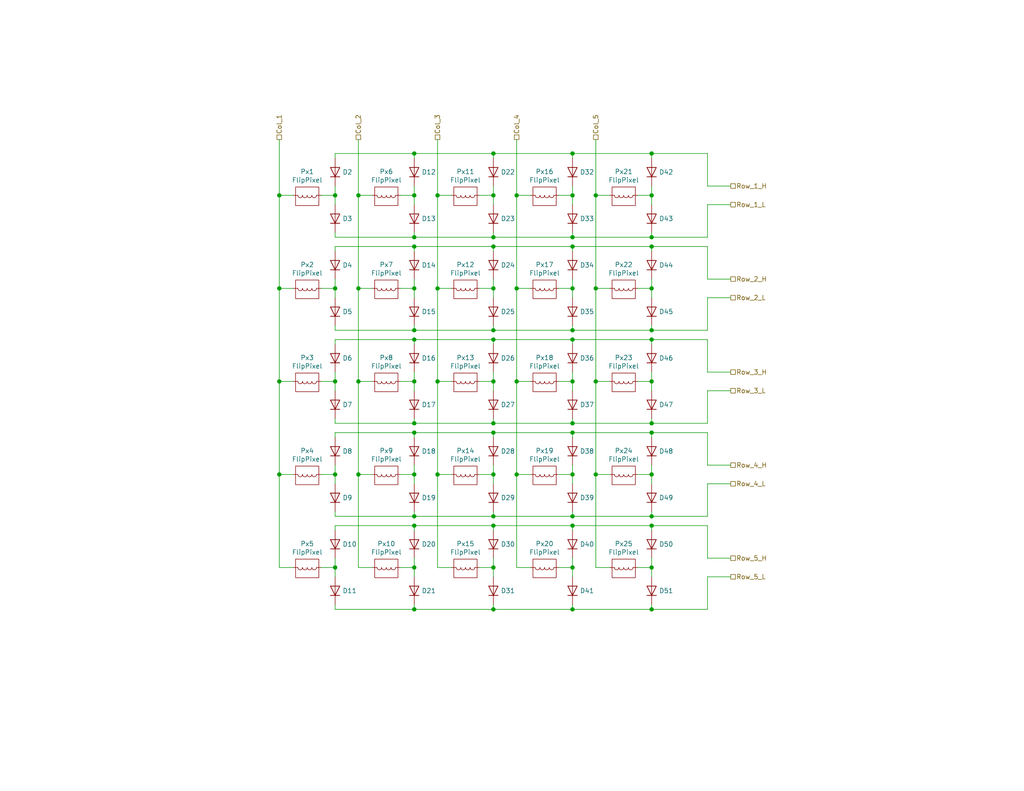
<source format=kicad_sch>
(kicad_sch (version 20201015) (generator eeschema)
  (page 1 14)
  (paper "A")
  (title_block (title "Flip Pixel Board") (date "2020-06-20"))
  (lib_symbols
    (symbol "Custom-Symbols:Diode" (pin_numbers hide) (pin_names (offset 0) hide)
      (property "Reference" "D" (at 0 3.81 0))
      (symbol "Diode_1_1"
        (polyline (pts (xy -1.27 1.27) (xy -1.27 -1.27)) (stroke (width 0.2032)))
        (polyline (pts (xy 1.27 0) (xy -1.27 0)))
        (polyline (pts (xy 1.27 1.27) (xy 1.27 -1.27) (xy -1.27 0) (xy 1.27 1.27)) (stroke (width 0.2032)))
        (pin passive line (at -3.81 0 0) (length 2.54) (name "K") (number "1"))
        (pin passive line (at 3.81 0 180) (length 2.54) (name "A") (number "2"))
      )
    )
    (symbol "Personal-Symbols:FlipPixel" (pin_numbers hide) (pin_names (offset 1.016) hide)
      (property "Reference" "Px" (at -3.175 6.985 0))
      (property "Value" "FlipPixel" (at 0 4.191 0))
      (symbol "FlipPixel_1_1"
        (arc (start -2.54 0) (end -1.27 0) (radius (at -1.905 0) (length 0.635) (angles -179.9 -0.1)))
        (arc (start -1.27 0) (end 0 0) (radius (at -0.635 0) (length 0.635) (angles -179.9 -0.1)))
        (arc (start 0 0) (end 1.27 0) (radius (at 0.635 0) (length 0.635) (angles -179.9 -0.1)))
        (arc (start 1.27 0) (end 2.54 0) (radius (at 1.905 0) (length 0.635) (angles -179.9 -0.1)))
        (pin passive line (at 3.81 0 180) (length 1.27) (name "1") (number "1"))
        (pin passive line (at -3.81 0 0) (length 1.27) (name "2") (number "2"))
      )
      (symbol "FlipPixel_0_1"
        (rectangle (start -3.175 2.286) (end 3.175 -2.794))
      )
    )
  )
  (junction (at 76.2 53.34) (diameter 1.016))
  (junction (at 76.2 78.74) (diameter 1.016))
  (junction (at 76.2 104.14) (diameter 1.016))
  (junction (at 76.2 129.54) (diameter 1.016))
  (junction (at 91.44 53.34) (diameter 1.016))
  (junction (at 91.44 78.74) (diameter 1.016))
  (junction (at 91.44 104.14) (diameter 1.016))
  (junction (at 91.44 129.54) (diameter 1.016))
  (junction (at 91.44 154.94) (diameter 1.016))
  (junction (at 97.79 53.34) (diameter 1.016))
  (junction (at 97.79 78.74) (diameter 1.016))
  (junction (at 97.79 104.14) (diameter 1.016))
  (junction (at 97.79 129.54) (diameter 1.016))
  (junction (at 113.03 41.91) (diameter 1.016))
  (junction (at 113.03 53.34) (diameter 1.016))
  (junction (at 113.03 64.77) (diameter 1.016))
  (junction (at 113.03 67.31) (diameter 1.016))
  (junction (at 113.03 78.74) (diameter 1.016))
  (junction (at 113.03 90.17) (diameter 1.016))
  (junction (at 113.03 92.71) (diameter 1.016))
  (junction (at 113.03 104.14) (diameter 1.016))
  (junction (at 113.03 115.57) (diameter 1.016))
  (junction (at 113.03 118.11) (diameter 1.016))
  (junction (at 113.03 129.54) (diameter 1.016))
  (junction (at 113.03 140.97) (diameter 1.016))
  (junction (at 113.03 143.51) (diameter 1.016))
  (junction (at 113.03 154.94) (diameter 1.016))
  (junction (at 113.03 166.37) (diameter 1.016))
  (junction (at 119.38 53.34) (diameter 1.016))
  (junction (at 119.38 78.74) (diameter 1.016))
  (junction (at 119.38 104.14) (diameter 1.016))
  (junction (at 119.38 129.54) (diameter 1.016))
  (junction (at 134.62 41.91) (diameter 1.016))
  (junction (at 134.62 53.34) (diameter 1.016))
  (junction (at 134.62 64.77) (diameter 1.016))
  (junction (at 134.62 67.31) (diameter 1.016))
  (junction (at 134.62 78.74) (diameter 1.016))
  (junction (at 134.62 90.17) (diameter 1.016))
  (junction (at 134.62 92.71) (diameter 1.016))
  (junction (at 134.62 104.14) (diameter 1.016))
  (junction (at 134.62 115.57) (diameter 1.016))
  (junction (at 134.62 118.11) (diameter 1.016))
  (junction (at 134.62 129.54) (diameter 1.016))
  (junction (at 134.62 140.97) (diameter 1.016))
  (junction (at 134.62 143.51) (diameter 1.016))
  (junction (at 134.62 154.94) (diameter 1.016))
  (junction (at 134.62 166.37) (diameter 1.016))
  (junction (at 140.97 53.34) (diameter 1.016))
  (junction (at 140.97 78.74) (diameter 1.016))
  (junction (at 140.97 104.14) (diameter 1.016))
  (junction (at 140.97 129.54) (diameter 1.016))
  (junction (at 156.21 41.91) (diameter 1.016))
  (junction (at 156.21 53.34) (diameter 1.016))
  (junction (at 156.21 64.77) (diameter 1.016))
  (junction (at 156.21 67.31) (diameter 1.016))
  (junction (at 156.21 78.74) (diameter 1.016))
  (junction (at 156.21 90.17) (diameter 1.016))
  (junction (at 156.21 92.71) (diameter 1.016))
  (junction (at 156.21 104.14) (diameter 1.016))
  (junction (at 156.21 115.57) (diameter 1.016))
  (junction (at 156.21 118.11) (diameter 1.016))
  (junction (at 156.21 129.54) (diameter 1.016))
  (junction (at 156.21 140.97) (diameter 1.016))
  (junction (at 156.21 143.51) (diameter 1.016))
  (junction (at 156.21 154.94) (diameter 1.016))
  (junction (at 156.21 166.37) (diameter 1.016))
  (junction (at 162.56 53.34) (diameter 1.016))
  (junction (at 162.56 78.74) (diameter 1.016))
  (junction (at 162.56 104.14) (diameter 1.016))
  (junction (at 162.56 129.54) (diameter 1.016))
  (junction (at 177.8 41.91) (diameter 1.016))
  (junction (at 177.8 53.34) (diameter 1.016))
  (junction (at 177.8 64.77) (diameter 1.016))
  (junction (at 177.8 67.31) (diameter 1.016))
  (junction (at 177.8 78.74) (diameter 1.016))
  (junction (at 177.8 90.17) (diameter 1.016))
  (junction (at 177.8 92.71) (diameter 1.016))
  (junction (at 177.8 104.14) (diameter 1.016))
  (junction (at 177.8 115.57) (diameter 1.016))
  (junction (at 177.8 118.11) (diameter 1.016))
  (junction (at 177.8 129.54) (diameter 1.016))
  (junction (at 177.8 140.97) (diameter 1.016))
  (junction (at 177.8 143.51) (diameter 1.016))
  (junction (at 177.8 154.94) (diameter 1.016))
  (junction (at 177.8 166.37) (diameter 1.016))
  (wire (pts (xy 76.2 53.34) (xy 76.2 38.1)))
  (wire (pts (xy 76.2 78.74) (xy 76.2 53.34)))
  (wire (pts (xy 76.2 104.14) (xy 76.2 78.74)))
  (wire (pts (xy 76.2 129.54) (xy 76.2 104.14)))
  (wire (pts (xy 76.2 154.94) (xy 76.2 129.54)))
  (wire (pts (xy 80.01 53.34) (xy 76.2 53.34)))
  (wire (pts (xy 80.01 78.74) (xy 76.2 78.74)))
  (wire (pts (xy 80.01 104.14) (xy 76.2 104.14)))
  (wire (pts (xy 80.01 129.54) (xy 76.2 129.54)))
  (wire (pts (xy 80.01 154.94) (xy 76.2 154.94)))
  (wire (pts (xy 87.63 53.34) (xy 91.44 53.34)))
  (wire (pts (xy 87.63 78.74) (xy 91.44 78.74)))
  (wire (pts (xy 87.63 104.14) (xy 91.44 104.14)))
  (wire (pts (xy 87.63 129.54) (xy 91.44 129.54)))
  (wire (pts (xy 87.63 154.94) (xy 91.44 154.94)))
  (wire (pts (xy 91.44 41.91) (xy 113.03 41.91)))
  (wire (pts (xy 91.44 43.18) (xy 91.44 41.91)))
  (wire (pts (xy 91.44 50.8) (xy 91.44 53.34)))
  (wire (pts (xy 91.44 53.34) (xy 91.44 55.88)))
  (wire (pts (xy 91.44 63.5) (xy 91.44 64.77)))
  (wire (pts (xy 91.44 64.77) (xy 113.03 64.77)))
  (wire (pts (xy 91.44 67.31) (xy 113.03 67.31)))
  (wire (pts (xy 91.44 68.58) (xy 91.44 67.31)))
  (wire (pts (xy 91.44 76.2) (xy 91.44 78.74)))
  (wire (pts (xy 91.44 78.74) (xy 91.44 81.28)))
  (wire (pts (xy 91.44 88.9) (xy 91.44 90.17)))
  (wire (pts (xy 91.44 90.17) (xy 113.03 90.17)))
  (wire (pts (xy 91.44 92.71) (xy 113.03 92.71)))
  (wire (pts (xy 91.44 93.98) (xy 91.44 92.71)))
  (wire (pts (xy 91.44 101.6) (xy 91.44 104.14)))
  (wire (pts (xy 91.44 104.14) (xy 91.44 106.68)))
  (wire (pts (xy 91.44 114.3) (xy 91.44 115.57)))
  (wire (pts (xy 91.44 115.57) (xy 113.03 115.57)))
  (wire (pts (xy 91.44 118.11) (xy 113.03 118.11)))
  (wire (pts (xy 91.44 119.38) (xy 91.44 118.11)))
  (wire (pts (xy 91.44 127) (xy 91.44 129.54)))
  (wire (pts (xy 91.44 129.54) (xy 91.44 132.08)))
  (wire (pts (xy 91.44 139.7) (xy 91.44 140.97)))
  (wire (pts (xy 91.44 140.97) (xy 113.03 140.97)))
  (wire (pts (xy 91.44 143.51) (xy 113.03 143.51)))
  (wire (pts (xy 91.44 144.78) (xy 91.44 143.51)))
  (wire (pts (xy 91.44 152.4) (xy 91.44 154.94)))
  (wire (pts (xy 91.44 154.94) (xy 91.44 157.48)))
  (wire (pts (xy 91.44 165.1) (xy 91.44 166.37)))
  (wire (pts (xy 91.44 166.37) (xy 113.03 166.37)))
  (wire (pts (xy 97.79 53.34) (xy 97.79 38.1)))
  (wire (pts (xy 97.79 78.74) (xy 97.79 53.34)))
  (wire (pts (xy 97.79 104.14) (xy 97.79 78.74)))
  (wire (pts (xy 97.79 129.54) (xy 97.79 104.14)))
  (wire (pts (xy 97.79 154.94) (xy 97.79 129.54)))
  (wire (pts (xy 101.6 53.34) (xy 97.79 53.34)))
  (wire (pts (xy 101.6 78.74) (xy 97.79 78.74)))
  (wire (pts (xy 101.6 104.14) (xy 97.79 104.14)))
  (wire (pts (xy 101.6 129.54) (xy 97.79 129.54)))
  (wire (pts (xy 101.6 154.94) (xy 97.79 154.94)))
  (wire (pts (xy 109.22 53.34) (xy 113.03 53.34)))
  (wire (pts (xy 109.22 78.74) (xy 113.03 78.74)))
  (wire (pts (xy 109.22 104.14) (xy 113.03 104.14)))
  (wire (pts (xy 109.22 129.54) (xy 113.03 129.54)))
  (wire (pts (xy 109.22 154.94) (xy 113.03 154.94)))
  (wire (pts (xy 113.03 41.91) (xy 134.62 41.91)))
  (wire (pts (xy 113.03 43.18) (xy 113.03 41.91)))
  (wire (pts (xy 113.03 50.8) (xy 113.03 53.34)))
  (wire (pts (xy 113.03 53.34) (xy 113.03 55.88)))
  (wire (pts (xy 113.03 63.5) (xy 113.03 64.77)))
  (wire (pts (xy 113.03 64.77) (xy 134.62 64.77)))
  (wire (pts (xy 113.03 67.31) (xy 134.62 67.31)))
  (wire (pts (xy 113.03 68.58) (xy 113.03 67.31)))
  (wire (pts (xy 113.03 76.2) (xy 113.03 78.74)))
  (wire (pts (xy 113.03 78.74) (xy 113.03 81.28)))
  (wire (pts (xy 113.03 88.9) (xy 113.03 90.17)))
  (wire (pts (xy 113.03 90.17) (xy 134.62 90.17)))
  (wire (pts (xy 113.03 92.71) (xy 134.62 92.71)))
  (wire (pts (xy 113.03 93.98) (xy 113.03 92.71)))
  (wire (pts (xy 113.03 101.6) (xy 113.03 104.14)))
  (wire (pts (xy 113.03 104.14) (xy 113.03 106.68)))
  (wire (pts (xy 113.03 114.3) (xy 113.03 115.57)))
  (wire (pts (xy 113.03 115.57) (xy 134.62 115.57)))
  (wire (pts (xy 113.03 118.11) (xy 134.62 118.11)))
  (wire (pts (xy 113.03 119.38) (xy 113.03 118.11)))
  (wire (pts (xy 113.03 127) (xy 113.03 129.54)))
  (wire (pts (xy 113.03 129.54) (xy 113.03 132.08)))
  (wire (pts (xy 113.03 139.7) (xy 113.03 140.97)))
  (wire (pts (xy 113.03 140.97) (xy 134.62 140.97)))
  (wire (pts (xy 113.03 143.51) (xy 134.62 143.51)))
  (wire (pts (xy 113.03 144.78) (xy 113.03 143.51)))
  (wire (pts (xy 113.03 152.4) (xy 113.03 154.94)))
  (wire (pts (xy 113.03 154.94) (xy 113.03 157.48)))
  (wire (pts (xy 113.03 165.1) (xy 113.03 166.37)))
  (wire (pts (xy 113.03 166.37) (xy 134.62 166.37)))
  (wire (pts (xy 119.38 53.34) (xy 119.38 38.1)))
  (wire (pts (xy 119.38 78.74) (xy 119.38 53.34)))
  (wire (pts (xy 119.38 104.14) (xy 119.38 78.74)))
  (wire (pts (xy 119.38 129.54) (xy 119.38 104.14)))
  (wire (pts (xy 119.38 154.94) (xy 119.38 129.54)))
  (wire (pts (xy 123.19 53.34) (xy 119.38 53.34)))
  (wire (pts (xy 123.19 78.74) (xy 119.38 78.74)))
  (wire (pts (xy 123.19 104.14) (xy 119.38 104.14)))
  (wire (pts (xy 123.19 129.54) (xy 119.38 129.54)))
  (wire (pts (xy 123.19 154.94) (xy 119.38 154.94)))
  (wire (pts (xy 130.81 53.34) (xy 134.62 53.34)))
  (wire (pts (xy 130.81 78.74) (xy 134.62 78.74)))
  (wire (pts (xy 130.81 104.14) (xy 134.62 104.14)))
  (wire (pts (xy 130.81 129.54) (xy 134.62 129.54)))
  (wire (pts (xy 130.81 154.94) (xy 134.62 154.94)))
  (wire (pts (xy 134.62 41.91) (xy 156.21 41.91)))
  (wire (pts (xy 134.62 43.18) (xy 134.62 41.91)))
  (wire (pts (xy 134.62 50.8) (xy 134.62 53.34)))
  (wire (pts (xy 134.62 53.34) (xy 134.62 55.88)))
  (wire (pts (xy 134.62 63.5) (xy 134.62 64.77)))
  (wire (pts (xy 134.62 64.77) (xy 156.21 64.77)))
  (wire (pts (xy 134.62 67.31) (xy 156.21 67.31)))
  (wire (pts (xy 134.62 68.58) (xy 134.62 67.31)))
  (wire (pts (xy 134.62 76.2) (xy 134.62 78.74)))
  (wire (pts (xy 134.62 78.74) (xy 134.62 81.28)))
  (wire (pts (xy 134.62 88.9) (xy 134.62 90.17)))
  (wire (pts (xy 134.62 90.17) (xy 156.21 90.17)))
  (wire (pts (xy 134.62 92.71) (xy 156.21 92.71)))
  (wire (pts (xy 134.62 93.98) (xy 134.62 92.71)))
  (wire (pts (xy 134.62 101.6) (xy 134.62 104.14)))
  (wire (pts (xy 134.62 104.14) (xy 134.62 106.68)))
  (wire (pts (xy 134.62 114.3) (xy 134.62 115.57)))
  (wire (pts (xy 134.62 115.57) (xy 156.21 115.57)))
  (wire (pts (xy 134.62 118.11) (xy 156.21 118.11)))
  (wire (pts (xy 134.62 119.38) (xy 134.62 118.11)))
  (wire (pts (xy 134.62 127) (xy 134.62 129.54)))
  (wire (pts (xy 134.62 129.54) (xy 134.62 132.08)))
  (wire (pts (xy 134.62 139.7) (xy 134.62 140.97)))
  (wire (pts (xy 134.62 140.97) (xy 156.21 140.97)))
  (wire (pts (xy 134.62 143.51) (xy 156.21 143.51)))
  (wire (pts (xy 134.62 144.78) (xy 134.62 143.51)))
  (wire (pts (xy 134.62 152.4) (xy 134.62 154.94)))
  (wire (pts (xy 134.62 154.94) (xy 134.62 157.48)))
  (wire (pts (xy 134.62 165.1) (xy 134.62 166.37)))
  (wire (pts (xy 134.62 166.37) (xy 156.21 166.37)))
  (wire (pts (xy 140.97 53.34) (xy 140.97 38.1)))
  (wire (pts (xy 140.97 78.74) (xy 140.97 53.34)))
  (wire (pts (xy 140.97 104.14) (xy 140.97 78.74)))
  (wire (pts (xy 140.97 129.54) (xy 140.97 104.14)))
  (wire (pts (xy 140.97 154.94) (xy 140.97 129.54)))
  (wire (pts (xy 144.78 53.34) (xy 140.97 53.34)))
  (wire (pts (xy 144.78 78.74) (xy 140.97 78.74)))
  (wire (pts (xy 144.78 104.14) (xy 140.97 104.14)))
  (wire (pts (xy 144.78 129.54) (xy 140.97 129.54)))
  (wire (pts (xy 144.78 154.94) (xy 140.97 154.94)))
  (wire (pts (xy 152.4 53.34) (xy 156.21 53.34)))
  (wire (pts (xy 152.4 78.74) (xy 156.21 78.74)))
  (wire (pts (xy 152.4 104.14) (xy 156.21 104.14)))
  (wire (pts (xy 152.4 129.54) (xy 156.21 129.54)))
  (wire (pts (xy 152.4 154.94) (xy 156.21 154.94)))
  (wire (pts (xy 156.21 41.91) (xy 177.8 41.91)))
  (wire (pts (xy 156.21 43.18) (xy 156.21 41.91)))
  (wire (pts (xy 156.21 50.8) (xy 156.21 53.34)))
  (wire (pts (xy 156.21 53.34) (xy 156.21 55.88)))
  (wire (pts (xy 156.21 63.5) (xy 156.21 64.77)))
  (wire (pts (xy 156.21 64.77) (xy 177.8 64.77)))
  (wire (pts (xy 156.21 67.31) (xy 177.8 67.31)))
  (wire (pts (xy 156.21 68.58) (xy 156.21 67.31)))
  (wire (pts (xy 156.21 76.2) (xy 156.21 78.74)))
  (wire (pts (xy 156.21 78.74) (xy 156.21 81.28)))
  (wire (pts (xy 156.21 88.9) (xy 156.21 90.17)))
  (wire (pts (xy 156.21 90.17) (xy 177.8 90.17)))
  (wire (pts (xy 156.21 92.71) (xy 177.8 92.71)))
  (wire (pts (xy 156.21 93.98) (xy 156.21 92.71)))
  (wire (pts (xy 156.21 101.6) (xy 156.21 104.14)))
  (wire (pts (xy 156.21 104.14) (xy 156.21 106.68)))
  (wire (pts (xy 156.21 114.3) (xy 156.21 115.57)))
  (wire (pts (xy 156.21 115.57) (xy 177.8 115.57)))
  (wire (pts (xy 156.21 118.11) (xy 177.8 118.11)))
  (wire (pts (xy 156.21 119.38) (xy 156.21 118.11)))
  (wire (pts (xy 156.21 127) (xy 156.21 129.54)))
  (wire (pts (xy 156.21 129.54) (xy 156.21 132.08)))
  (wire (pts (xy 156.21 139.7) (xy 156.21 140.97)))
  (wire (pts (xy 156.21 140.97) (xy 177.8 140.97)))
  (wire (pts (xy 156.21 143.51) (xy 177.8 143.51)))
  (wire (pts (xy 156.21 144.78) (xy 156.21 143.51)))
  (wire (pts (xy 156.21 152.4) (xy 156.21 154.94)))
  (wire (pts (xy 156.21 154.94) (xy 156.21 157.48)))
  (wire (pts (xy 156.21 165.1) (xy 156.21 166.37)))
  (wire (pts (xy 156.21 166.37) (xy 177.8 166.37)))
  (wire (pts (xy 162.56 53.34) (xy 162.56 38.1)))
  (wire (pts (xy 162.56 78.74) (xy 162.56 53.34)))
  (wire (pts (xy 162.56 104.14) (xy 162.56 78.74)))
  (wire (pts (xy 162.56 129.54) (xy 162.56 104.14)))
  (wire (pts (xy 162.56 154.94) (xy 162.56 129.54)))
  (wire (pts (xy 166.37 53.34) (xy 162.56 53.34)))
  (wire (pts (xy 166.37 78.74) (xy 162.56 78.74)))
  (wire (pts (xy 166.37 104.14) (xy 162.56 104.14)))
  (wire (pts (xy 166.37 129.54) (xy 162.56 129.54)))
  (wire (pts (xy 166.37 154.94) (xy 162.56 154.94)))
  (wire (pts (xy 173.99 53.34) (xy 177.8 53.34)))
  (wire (pts (xy 173.99 78.74) (xy 177.8 78.74)))
  (wire (pts (xy 173.99 104.14) (xy 177.8 104.14)))
  (wire (pts (xy 173.99 129.54) (xy 177.8 129.54)))
  (wire (pts (xy 173.99 154.94) (xy 177.8 154.94)))
  (wire (pts (xy 177.8 41.91) (xy 193.04 41.91)))
  (wire (pts (xy 177.8 43.18) (xy 177.8 41.91)))
  (wire (pts (xy 177.8 50.8) (xy 177.8 53.34)))
  (wire (pts (xy 177.8 53.34) (xy 177.8 55.88)))
  (wire (pts (xy 177.8 63.5) (xy 177.8 64.77)))
  (wire (pts (xy 177.8 64.77) (xy 193.04 64.77)))
  (wire (pts (xy 177.8 67.31) (xy 193.04 67.31)))
  (wire (pts (xy 177.8 68.58) (xy 177.8 67.31)))
  (wire (pts (xy 177.8 76.2) (xy 177.8 78.74)))
  (wire (pts (xy 177.8 78.74) (xy 177.8 81.28)))
  (wire (pts (xy 177.8 88.9) (xy 177.8 90.17)))
  (wire (pts (xy 177.8 90.17) (xy 193.04 90.17)))
  (wire (pts (xy 177.8 92.71) (xy 193.04 92.71)))
  (wire (pts (xy 177.8 93.98) (xy 177.8 92.71)))
  (wire (pts (xy 177.8 101.6) (xy 177.8 104.14)))
  (wire (pts (xy 177.8 104.14) (xy 177.8 106.68)))
  (wire (pts (xy 177.8 114.3) (xy 177.8 115.57)))
  (wire (pts (xy 177.8 115.57) (xy 193.04 115.57)))
  (wire (pts (xy 177.8 118.11) (xy 193.04 118.11)))
  (wire (pts (xy 177.8 119.38) (xy 177.8 118.11)))
  (wire (pts (xy 177.8 127) (xy 177.8 129.54)))
  (wire (pts (xy 177.8 129.54) (xy 177.8 132.08)))
  (wire (pts (xy 177.8 139.7) (xy 177.8 140.97)))
  (wire (pts (xy 177.8 140.97) (xy 193.04 140.97)))
  (wire (pts (xy 177.8 143.51) (xy 193.04 143.51)))
  (wire (pts (xy 177.8 144.78) (xy 177.8 143.51)))
  (wire (pts (xy 177.8 152.4) (xy 177.8 154.94)))
  (wire (pts (xy 177.8 154.94) (xy 177.8 157.48)))
  (wire (pts (xy 177.8 165.1) (xy 177.8 166.37)))
  (wire (pts (xy 177.8 166.37) (xy 193.04 166.37)))
  (wire (pts (xy 193.04 41.91) (xy 193.04 50.8)))
  (wire (pts (xy 193.04 50.8) (xy 199.39 50.8)))
  (wire (pts (xy 193.04 55.88) (xy 199.39 55.88)))
  (wire (pts (xy 193.04 64.77) (xy 193.04 55.88)))
  (wire (pts (xy 193.04 67.31) (xy 193.04 76.2)))
  (wire (pts (xy 193.04 76.2) (xy 199.39 76.2)))
  (wire (pts (xy 193.04 81.28) (xy 199.39 81.28)))
  (wire (pts (xy 193.04 90.17) (xy 193.04 81.28)))
  (wire (pts (xy 193.04 92.71) (xy 193.04 101.6)))
  (wire (pts (xy 193.04 101.6) (xy 199.39 101.6)))
  (wire (pts (xy 193.04 106.68) (xy 199.39 106.68)))
  (wire (pts (xy 193.04 115.57) (xy 193.04 106.68)))
  (wire (pts (xy 193.04 118.11) (xy 193.04 127)))
  (wire (pts (xy 193.04 127) (xy 199.39 127)))
  (wire (pts (xy 193.04 132.08) (xy 199.39 132.08)))
  (wire (pts (xy 193.04 140.97) (xy 193.04 132.08)))
  (wire (pts (xy 193.04 143.51) (xy 193.04 152.4)))
  (wire (pts (xy 193.04 152.4) (xy 199.39 152.4)))
  (wire (pts (xy 193.04 157.48) (xy 199.39 157.48)))
  (wire (pts (xy 193.04 166.37) (xy 193.04 157.48)))
  (hierarchical_label "Col_1" (shape passive) (at 76.2 38.1 90))
  (hierarchical_label "Col_2" (shape passive) (at 97.79 38.1 90))
  (hierarchical_label "Col_3" (shape passive) (at 119.38 38.1 90))
  (hierarchical_label "Col_4" (shape passive) (at 140.97 38.1 90))
  (hierarchical_label "Col_5" (shape passive) (at 162.56 38.1 90))
  (hierarchical_label "Row_1_H" (shape passive) (at 199.39 50.8 0))
  (hierarchical_label "Row_1_L" (shape passive) (at 199.39 55.88 0))
  (hierarchical_label "Row_2_H" (shape passive) (at 199.39 76.2 0))
  (hierarchical_label "Row_2_L" (shape passive) (at 199.39 81.28 0))
  (hierarchical_label "Row_3_H" (shape passive) (at 199.39 101.6 0))
  (hierarchical_label "Row_3_L" (shape passive) (at 199.39 106.68 0))
  (hierarchical_label "Row_4_H" (shape passive) (at 199.39 127 0))
  (hierarchical_label "Row_4_L" (shape passive) (at 199.39 132.08 0))
  (hierarchical_label "Row_5_H" (shape passive) (at 199.39 152.4 0))
  (hierarchical_label "Row_5_L" (shape passive) (at 199.39 157.48 0))
  (symbol (lib_id "Custom-Symbols:Diode") (at 91.44 46.99 90) (unit 1)
    (property "Reference" "D2" (at 93.4466 46.99 90) (effects (justify right)))
    (property "Value" "Diode" (effects hide))
    (property "Footprint" "Diode_SMD:D_SOD-123F" (effects hide))
    (property "Datasheet" "https://www.onsemi.com/pub/Collateral/NHP220SF-D.PDF" (effects hide))
    (property "Manufacturer" "ON Semiconductor" (effects hide))
    (property "Manufacturer Part" "NHP220SFT3G" (effects hide))
    (property "Vendor" "Digikey" (effects hide))
    (property "Vendor Part" "NHP220SFT3GOSCT-ND" (effects hide))
  )
  (symbol (lib_id "Custom-Symbols:Diode") (at 91.44 59.69 90) (unit 1)
    (property "Reference" "D3" (at 93.4466 59.69 90) (effects (justify right)))
    (property "Value" "Diode" (effects hide))
    (property "Footprint" "Diode_SMD:D_SOD-123F" (effects hide))
    (property "Datasheet" "https://www.onsemi.com/pub/Collateral/NHP220SF-D.PDF" (effects hide))
    (property "Manufacturer" "ON Semiconductor" (effects hide))
    (property "Manufacturer Part" "NHP220SFT3G" (effects hide))
    (property "Vendor" "Digikey" (effects hide))
    (property "Vendor Part" "NHP220SFT3GOSCT-ND" (effects hide))
  )
  (symbol (lib_id "Custom-Symbols:Diode") (at 91.44 72.39 90) (unit 1)
    (property "Reference" "D4" (at 93.4466 72.39 90) (effects (justify right)))
    (property "Value" "Diode" (effects hide))
    (property "Footprint" "Diode_SMD:D_SOD-123F" (effects hide))
    (property "Datasheet" "https://www.onsemi.com/pub/Collateral/NHP220SF-D.PDF" (effects hide))
    (property "Manufacturer" "ON Semiconductor" (effects hide))
    (property "Manufacturer Part" "NHP220SFT3G" (effects hide))
    (property "Vendor" "Digikey" (effects hide))
    (property "Vendor Part" "NHP220SFT3GOSCT-ND" (effects hide))
  )
  (symbol (lib_id "Custom-Symbols:Diode") (at 91.44 85.09 90) (unit 1)
    (property "Reference" "D5" (at 93.4466 85.09 90) (effects (justify right)))
    (property "Value" "Diode" (effects hide))
    (property "Footprint" "Diode_SMD:D_SOD-123F" (effects hide))
    (property "Datasheet" "https://www.onsemi.com/pub/Collateral/NHP220SF-D.PDF" (effects hide))
    (property "Manufacturer" "ON Semiconductor" (effects hide))
    (property "Manufacturer Part" "NHP220SFT3G" (effects hide))
    (property "Vendor" "Digikey" (effects hide))
    (property "Vendor Part" "NHP220SFT3GOSCT-ND" (effects hide))
  )
  (symbol (lib_id "Custom-Symbols:Diode") (at 91.44 97.79 90) (unit 1)
    (property "Reference" "D6" (at 93.4466 97.79 90) (effects (justify right)))
    (property "Value" "Diode" (effects hide))
    (property "Footprint" "Diode_SMD:D_SOD-123F" (effects hide))
    (property "Datasheet" "https://www.onsemi.com/pub/Collateral/NHP220SF-D.PDF" (effects hide))
    (property "Manufacturer" "ON Semiconductor" (effects hide))
    (property "Manufacturer Part" "NHP220SFT3G" (effects hide))
    (property "Vendor" "Digikey" (effects hide))
    (property "Vendor Part" "NHP220SFT3GOSCT-ND" (effects hide))
  )
  (symbol (lib_id "Custom-Symbols:Diode") (at 91.44 110.49 90) (unit 1)
    (property "Reference" "D7" (at 93.4466 110.49 90) (effects (justify right)))
    (property "Value" "Diode" (effects hide))
    (property "Footprint" "Diode_SMD:D_SOD-123F" (effects hide))
    (property "Datasheet" "https://www.onsemi.com/pub/Collateral/NHP220SF-D.PDF" (effects hide))
    (property "Manufacturer" "ON Semiconductor" (effects hide))
    (property "Manufacturer Part" "NHP220SFT3G" (effects hide))
    (property "Vendor" "Digikey" (effects hide))
    (property "Vendor Part" "NHP220SFT3GOSCT-ND" (effects hide))
  )
  (symbol (lib_id "Custom-Symbols:Diode") (at 91.44 123.19 90) (unit 1)
    (property "Reference" "D8" (at 93.4466 123.19 90) (effects (justify right)))
    (property "Value" "Diode" (effects hide))
    (property "Footprint" "Diode_SMD:D_SOD-123F" (effects hide))
    (property "Datasheet" "https://www.onsemi.com/pub/Collateral/NHP220SF-D.PDF" (effects hide))
    (property "Manufacturer" "ON Semiconductor" (effects hide))
    (property "Manufacturer Part" "NHP220SFT3G" (effects hide))
    (property "Vendor" "Digikey" (effects hide))
    (property "Vendor Part" "NHP220SFT3GOSCT-ND" (effects hide))
  )
  (symbol (lib_id "Custom-Symbols:Diode") (at 91.44 135.89 90) (unit 1)
    (property "Reference" "D9" (at 93.4466 135.89 90) (effects (justify right)))
    (property "Value" "Diode" (effects hide))
    (property "Footprint" "Diode_SMD:D_SOD-123F" (effects hide))
    (property "Datasheet" "https://www.onsemi.com/pub/Collateral/NHP220SF-D.PDF" (effects hide))
    (property "Manufacturer" "ON Semiconductor" (effects hide))
    (property "Manufacturer Part" "NHP220SFT3G" (effects hide))
    (property "Vendor" "Digikey" (effects hide))
    (property "Vendor Part" "NHP220SFT3GOSCT-ND" (effects hide))
  )
  (symbol (lib_id "Custom-Symbols:Diode") (at 91.44 148.59 90) (unit 1)
    (property "Reference" "D10" (at 93.4466 148.59 90) (effects (justify right)))
    (property "Value" "Diode" (effects hide))
    (property "Footprint" "Diode_SMD:D_SOD-123F" (effects hide))
    (property "Datasheet" "https://www.onsemi.com/pub/Collateral/NHP220SF-D.PDF" (effects hide))
    (property "Manufacturer" "ON Semiconductor" (effects hide))
    (property "Manufacturer Part" "NHP220SFT3G" (effects hide))
    (property "Vendor" "Digikey" (effects hide))
    (property "Vendor Part" "NHP220SFT3GOSCT-ND" (effects hide))
  )
  (symbol (lib_id "Custom-Symbols:Diode") (at 91.44 161.29 90) (unit 1)
    (property "Reference" "D11" (at 93.4466 161.29 90) (effects (justify right)))
    (property "Value" "Diode" (effects hide))
    (property "Footprint" "Diode_SMD:D_SOD-123F" (effects hide))
    (property "Datasheet" "https://www.onsemi.com/pub/Collateral/NHP220SF-D.PDF" (effects hide))
    (property "Manufacturer" "ON Semiconductor" (effects hide))
    (property "Manufacturer Part" "NHP220SFT3G" (effects hide))
    (property "Vendor" "Digikey" (effects hide))
    (property "Vendor Part" "NHP220SFT3GOSCT-ND" (effects hide))
  )
  (symbol (lib_id "Custom-Symbols:Diode") (at 113.03 46.99 90) (unit 1)
    (property "Reference" "D12" (at 115.0366 46.99 90) (effects (justify right)))
    (property "Value" "Diode" (effects hide))
    (property "Footprint" "Diode_SMD:D_SOD-123F" (effects hide))
    (property "Datasheet" "https://www.onsemi.com/pub/Collateral/NHP220SF-D.PDF" (effects hide))
    (property "Manufacturer" "ON Semiconductor" (effects hide))
    (property "Manufacturer Part" "NHP220SFT3G" (effects hide))
    (property "Vendor" "Digikey" (effects hide))
    (property "Vendor Part" "NHP220SFT3GOSCT-ND" (effects hide))
  )
  (symbol (lib_id "Custom-Symbols:Diode") (at 113.03 59.69 90) (unit 1)
    (property "Reference" "D13" (at 115.0366 59.69 90) (effects (justify right)))
    (property "Value" "Diode" (effects hide))
    (property "Footprint" "Diode_SMD:D_SOD-123F" (effects hide))
    (property "Datasheet" "https://www.onsemi.com/pub/Collateral/NHP220SF-D.PDF" (effects hide))
    (property "Manufacturer" "ON Semiconductor" (effects hide))
    (property "Manufacturer Part" "NHP220SFT3G" (effects hide))
    (property "Vendor" "Digikey" (effects hide))
    (property "Vendor Part" "NHP220SFT3GOSCT-ND" (effects hide))
  )
  (symbol (lib_id "Custom-Symbols:Diode") (at 113.03 72.39 90) (unit 1)
    (property "Reference" "D14" (at 115.0366 72.39 90) (effects (justify right)))
    (property "Value" "Diode" (effects hide))
    (property "Footprint" "Diode_SMD:D_SOD-123F" (effects hide))
    (property "Datasheet" "https://www.onsemi.com/pub/Collateral/NHP220SF-D.PDF" (effects hide))
    (property "Manufacturer" "ON Semiconductor" (effects hide))
    (property "Manufacturer Part" "NHP220SFT3G" (effects hide))
    (property "Vendor" "Digikey" (effects hide))
    (property "Vendor Part" "NHP220SFT3GOSCT-ND" (effects hide))
  )
  (symbol (lib_id "Custom-Symbols:Diode") (at 113.03 85.09 90) (unit 1)
    (property "Reference" "D15" (at 115.0366 85.09 90) (effects (justify right)))
    (property "Value" "Diode" (effects hide))
    (property "Footprint" "Diode_SMD:D_SOD-123F" (effects hide))
    (property "Datasheet" "https://www.onsemi.com/pub/Collateral/NHP220SF-D.PDF" (effects hide))
    (property "Manufacturer" "ON Semiconductor" (effects hide))
    (property "Manufacturer Part" "NHP220SFT3G" (effects hide))
    (property "Vendor" "Digikey" (effects hide))
    (property "Vendor Part" "NHP220SFT3GOSCT-ND" (effects hide))
  )
  (symbol (lib_id "Custom-Symbols:Diode") (at 113.03 97.79 90) (unit 1)
    (property "Reference" "D16" (at 115.0366 97.79 90) (effects (justify right)))
    (property "Value" "Diode" (effects hide))
    (property "Footprint" "Diode_SMD:D_SOD-123F" (effects hide))
    (property "Datasheet" "https://www.onsemi.com/pub/Collateral/NHP220SF-D.PDF" (effects hide))
    (property "Manufacturer" "ON Semiconductor" (effects hide))
    (property "Manufacturer Part" "NHP220SFT3G" (effects hide))
    (property "Vendor" "Digikey" (effects hide))
    (property "Vendor Part" "NHP220SFT3GOSCT-ND" (effects hide))
  )
  (symbol (lib_id "Custom-Symbols:Diode") (at 113.03 110.49 90) (unit 1)
    (property "Reference" "D17" (at 115.0366 110.49 90) (effects (justify right)))
    (property "Value" "Diode" (effects hide))
    (property "Footprint" "Diode_SMD:D_SOD-123F" (effects hide))
    (property "Datasheet" "https://www.onsemi.com/pub/Collateral/NHP220SF-D.PDF" (effects hide))
    (property "Manufacturer" "ON Semiconductor" (effects hide))
    (property "Manufacturer Part" "NHP220SFT3G" (effects hide))
    (property "Vendor" "Digikey" (effects hide))
    (property "Vendor Part" "NHP220SFT3GOSCT-ND" (effects hide))
  )
  (symbol (lib_id "Custom-Symbols:Diode") (at 113.03 123.19 90) (unit 1)
    (property "Reference" "D18" (at 115.0366 123.19 90) (effects (justify right)))
    (property "Value" "Diode" (effects hide))
    (property "Footprint" "Diode_SMD:D_SOD-123F" (effects hide))
    (property "Datasheet" "https://www.onsemi.com/pub/Collateral/NHP220SF-D.PDF" (effects hide))
    (property "Manufacturer" "ON Semiconductor" (effects hide))
    (property "Manufacturer Part" "NHP220SFT3G" (effects hide))
    (property "Vendor" "Digikey" (effects hide))
    (property "Vendor Part" "NHP220SFT3GOSCT-ND" (effects hide))
  )
  (symbol (lib_id "Custom-Symbols:Diode") (at 113.03 135.89 90) (unit 1)
    (property "Reference" "D19" (at 115.0366 135.89 90) (effects (justify right)))
    (property "Value" "Diode" (effects hide))
    (property "Footprint" "Diode_SMD:D_SOD-123F" (effects hide))
    (property "Datasheet" "https://www.onsemi.com/pub/Collateral/NHP220SF-D.PDF" (effects hide))
    (property "Manufacturer" "ON Semiconductor" (effects hide))
    (property "Manufacturer Part" "NHP220SFT3G" (effects hide))
    (property "Vendor" "Digikey" (effects hide))
    (property "Vendor Part" "NHP220SFT3GOSCT-ND" (effects hide))
  )
  (symbol (lib_id "Custom-Symbols:Diode") (at 113.03 148.59 90) (unit 1)
    (property "Reference" "D20" (at 115.0366 148.59 90) (effects (justify right)))
    (property "Value" "Diode" (effects hide))
    (property "Footprint" "Diode_SMD:D_SOD-123F" (effects hide))
    (property "Datasheet" "https://www.onsemi.com/pub/Collateral/NHP220SF-D.PDF" (effects hide))
    (property "Manufacturer" "ON Semiconductor" (effects hide))
    (property "Manufacturer Part" "NHP220SFT3G" (effects hide))
    (property "Vendor" "Digikey" (effects hide))
    (property "Vendor Part" "NHP220SFT3GOSCT-ND" (effects hide))
  )
  (symbol (lib_id "Custom-Symbols:Diode") (at 113.03 161.29 90) (unit 1)
    (property "Reference" "D21" (at 115.0366 161.29 90) (effects (justify right)))
    (property "Value" "Diode" (effects hide))
    (property "Footprint" "Diode_SMD:D_SOD-123F" (effects hide))
    (property "Datasheet" "https://www.onsemi.com/pub/Collateral/NHP220SF-D.PDF" (effects hide))
    (property "Manufacturer" "ON Semiconductor" (effects hide))
    (property "Manufacturer Part" "NHP220SFT3G" (effects hide))
    (property "Vendor" "Digikey" (effects hide))
    (property "Vendor Part" "NHP220SFT3GOSCT-ND" (effects hide))
  )
  (symbol (lib_id "Custom-Symbols:Diode") (at 134.62 46.99 90) (unit 1)
    (property "Reference" "D22" (at 136.6266 46.99 90) (effects (justify right)))
    (property "Value" "Diode" (effects hide))
    (property "Footprint" "Diode_SMD:D_SOD-123F" (effects hide))
    (property "Datasheet" "https://www.onsemi.com/pub/Collateral/NHP220SF-D.PDF" (effects hide))
    (property "Manufacturer" "ON Semiconductor" (effects hide))
    (property "Manufacturer Part" "NHP220SFT3G" (effects hide))
    (property "Vendor" "Digikey" (effects hide))
    (property "Vendor Part" "NHP220SFT3GOSCT-ND" (effects hide))
  )
  (symbol (lib_id "Custom-Symbols:Diode") (at 134.62 59.69 90) (unit 1)
    (property "Reference" "D23" (at 136.6266 59.69 90) (effects (justify right)))
    (property "Value" "Diode" (effects hide))
    (property "Footprint" "Diode_SMD:D_SOD-123F" (effects hide))
    (property "Datasheet" "https://www.onsemi.com/pub/Collateral/NHP220SF-D.PDF" (effects hide))
    (property "Manufacturer" "ON Semiconductor" (effects hide))
    (property "Manufacturer Part" "NHP220SFT3G" (effects hide))
    (property "Vendor" "Digikey" (effects hide))
    (property "Vendor Part" "NHP220SFT3GOSCT-ND" (effects hide))
  )
  (symbol (lib_id "Custom-Symbols:Diode") (at 134.62 72.39 90) (unit 1)
    (property "Reference" "D24" (at 136.6266 72.39 90) (effects (justify right)))
    (property "Value" "Diode" (effects hide))
    (property "Footprint" "Diode_SMD:D_SOD-123F" (effects hide))
    (property "Datasheet" "https://www.onsemi.com/pub/Collateral/NHP220SF-D.PDF" (effects hide))
    (property "Manufacturer" "ON Semiconductor" (effects hide))
    (property "Manufacturer Part" "NHP220SFT3G" (effects hide))
    (property "Vendor" "Digikey" (effects hide))
    (property "Vendor Part" "NHP220SFT3GOSCT-ND" (effects hide))
  )
  (symbol (lib_id "Custom-Symbols:Diode") (at 134.62 85.09 90) (unit 1)
    (property "Reference" "D25" (at 136.6266 85.09 90) (effects (justify right)))
    (property "Value" "Diode" (effects hide))
    (property "Footprint" "Diode_SMD:D_SOD-123F" (effects hide))
    (property "Datasheet" "https://www.onsemi.com/pub/Collateral/NHP220SF-D.PDF" (effects hide))
    (property "Manufacturer" "ON Semiconductor" (effects hide))
    (property "Manufacturer Part" "NHP220SFT3G" (effects hide))
    (property "Vendor" "Digikey" (effects hide))
    (property "Vendor Part" "NHP220SFT3GOSCT-ND" (effects hide))
  )
  (symbol (lib_id "Custom-Symbols:Diode") (at 134.62 97.79 90) (unit 1)
    (property "Reference" "D26" (at 136.6266 97.79 90) (effects (justify right)))
    (property "Value" "Diode" (effects hide))
    (property "Footprint" "Diode_SMD:D_SOD-123F" (effects hide))
    (property "Datasheet" "https://www.onsemi.com/pub/Collateral/NHP220SF-D.PDF" (effects hide))
    (property "Manufacturer" "ON Semiconductor" (effects hide))
    (property "Manufacturer Part" "NHP220SFT3G" (effects hide))
    (property "Vendor" "Digikey" (effects hide))
    (property "Vendor Part" "NHP220SFT3GOSCT-ND" (effects hide))
  )
  (symbol (lib_id "Custom-Symbols:Diode") (at 134.62 110.49 90) (unit 1)
    (property "Reference" "D27" (at 136.6266 110.49 90) (effects (justify right)))
    (property "Value" "Diode" (effects hide))
    (property "Footprint" "Diode_SMD:D_SOD-123F" (effects hide))
    (property "Datasheet" "https://www.onsemi.com/pub/Collateral/NHP220SF-D.PDF" (effects hide))
    (property "Manufacturer" "ON Semiconductor" (effects hide))
    (property "Manufacturer Part" "NHP220SFT3G" (effects hide))
    (property "Vendor" "Digikey" (effects hide))
    (property "Vendor Part" "NHP220SFT3GOSCT-ND" (effects hide))
  )
  (symbol (lib_id "Custom-Symbols:Diode") (at 134.62 123.19 90) (unit 1)
    (property "Reference" "D28" (at 136.6266 123.19 90) (effects (justify right)))
    (property "Value" "Diode" (effects hide))
    (property "Footprint" "Diode_SMD:D_SOD-123F" (effects hide))
    (property "Datasheet" "https://www.onsemi.com/pub/Collateral/NHP220SF-D.PDF" (effects hide))
    (property "Manufacturer" "ON Semiconductor" (effects hide))
    (property "Manufacturer Part" "NHP220SFT3G" (effects hide))
    (property "Vendor" "Digikey" (effects hide))
    (property "Vendor Part" "NHP220SFT3GOSCT-ND" (effects hide))
  )
  (symbol (lib_id "Custom-Symbols:Diode") (at 134.62 135.89 90) (unit 1)
    (property "Reference" "D29" (at 136.6266 135.89 90) (effects (justify right)))
    (property "Value" "Diode" (effects hide))
    (property "Footprint" "Diode_SMD:D_SOD-123F" (effects hide))
    (property "Datasheet" "https://www.onsemi.com/pub/Collateral/NHP220SF-D.PDF" (effects hide))
    (property "Manufacturer" "ON Semiconductor" (effects hide))
    (property "Manufacturer Part" "NHP220SFT3G" (effects hide))
    (property "Vendor" "Digikey" (effects hide))
    (property "Vendor Part" "NHP220SFT3GOSCT-ND" (effects hide))
  )
  (symbol (lib_id "Custom-Symbols:Diode") (at 134.62 148.59 90) (unit 1)
    (property "Reference" "D30" (at 136.6266 148.59 90) (effects (justify right)))
    (property "Value" "Diode" (effects hide))
    (property "Footprint" "Diode_SMD:D_SOD-123F" (effects hide))
    (property "Datasheet" "https://www.onsemi.com/pub/Collateral/NHP220SF-D.PDF" (effects hide))
    (property "Manufacturer" "ON Semiconductor" (effects hide))
    (property "Manufacturer Part" "NHP220SFT3G" (effects hide))
    (property "Vendor" "Digikey" (effects hide))
    (property "Vendor Part" "NHP220SFT3GOSCT-ND" (effects hide))
  )
  (symbol (lib_id "Custom-Symbols:Diode") (at 134.62 161.29 90) (unit 1)
    (property "Reference" "D31" (at 136.6266 161.29 90) (effects (justify right)))
    (property "Value" "Diode" (effects hide))
    (property "Footprint" "Diode_SMD:D_SOD-123F" (effects hide))
    (property "Datasheet" "https://www.onsemi.com/pub/Collateral/NHP220SF-D.PDF" (effects hide))
    (property "Manufacturer" "ON Semiconductor" (effects hide))
    (property "Manufacturer Part" "NHP220SFT3G" (effects hide))
    (property "Vendor" "Digikey" (effects hide))
    (property "Vendor Part" "NHP220SFT3GOSCT-ND" (effects hide))
  )
  (symbol (lib_id "Custom-Symbols:Diode") (at 156.21 46.99 90) (unit 1)
    (property "Reference" "D32" (at 158.2166 46.99 90) (effects (justify right)))
    (property "Value" "Diode" (effects hide))
    (property "Footprint" "Diode_SMD:D_SOD-123F" (effects hide))
    (property "Datasheet" "https://www.onsemi.com/pub/Collateral/NHP220SF-D.PDF" (effects hide))
    (property "Manufacturer" "ON Semiconductor" (effects hide))
    (property "Manufacturer Part" "NHP220SFT3G" (effects hide))
    (property "Vendor" "Digikey" (effects hide))
    (property "Vendor Part" "NHP220SFT3GOSCT-ND" (effects hide))
  )
  (symbol (lib_id "Custom-Symbols:Diode") (at 156.21 59.69 90) (unit 1)
    (property "Reference" "D33" (at 158.2166 59.69 90) (effects (justify right)))
    (property "Value" "Diode" (effects hide))
    (property "Footprint" "Diode_SMD:D_SOD-123F" (effects hide))
    (property "Datasheet" "https://www.onsemi.com/pub/Collateral/NHP220SF-D.PDF" (effects hide))
    (property "Manufacturer" "ON Semiconductor" (effects hide))
    (property "Manufacturer Part" "NHP220SFT3G" (effects hide))
    (property "Vendor" "Digikey" (effects hide))
    (property "Vendor Part" "NHP220SFT3GOSCT-ND" (effects hide))
  )
  (symbol (lib_id "Custom-Symbols:Diode") (at 156.21 72.39 90) (unit 1)
    (property "Reference" "D34" (at 158.2166 72.39 90) (effects (justify right)))
    (property "Value" "Diode" (effects hide))
    (property "Footprint" "Diode_SMD:D_SOD-123F" (effects hide))
    (property "Datasheet" "https://www.onsemi.com/pub/Collateral/NHP220SF-D.PDF" (effects hide))
    (property "Manufacturer" "ON Semiconductor" (effects hide))
    (property "Manufacturer Part" "NHP220SFT3G" (effects hide))
    (property "Vendor" "Digikey" (effects hide))
    (property "Vendor Part" "NHP220SFT3GOSCT-ND" (effects hide))
  )
  (symbol (lib_id "Custom-Symbols:Diode") (at 156.21 85.09 90) (unit 1)
    (property "Reference" "D35" (at 158.2166 85.09 90) (effects (justify right)))
    (property "Value" "Diode" (effects hide))
    (property "Footprint" "Diode_SMD:D_SOD-123F" (effects hide))
    (property "Datasheet" "https://www.onsemi.com/pub/Collateral/NHP220SF-D.PDF" (effects hide))
    (property "Manufacturer" "ON Semiconductor" (effects hide))
    (property "Manufacturer Part" "NHP220SFT3G" (effects hide))
    (property "Vendor" "Digikey" (effects hide))
    (property "Vendor Part" "NHP220SFT3GOSCT-ND" (effects hide))
  )
  (symbol (lib_id "Custom-Symbols:Diode") (at 156.21 97.79 90) (unit 1)
    (property "Reference" "D36" (at 158.2166 97.79 90) (effects (justify right)))
    (property "Value" "Diode" (effects hide))
    (property "Footprint" "Diode_SMD:D_SOD-123F" (effects hide))
    (property "Datasheet" "https://www.onsemi.com/pub/Collateral/NHP220SF-D.PDF" (effects hide))
    (property "Manufacturer" "ON Semiconductor" (effects hide))
    (property "Manufacturer Part" "NHP220SFT3G" (effects hide))
    (property "Vendor" "Digikey" (effects hide))
    (property "Vendor Part" "NHP220SFT3GOSCT-ND" (effects hide))
  )
  (symbol (lib_id "Custom-Symbols:Diode") (at 156.21 110.49 90) (unit 1)
    (property "Reference" "D37" (at 158.2166 110.49 90) (effects (justify right)))
    (property "Value" "Diode" (effects hide))
    (property "Footprint" "Diode_SMD:D_SOD-123F" (effects hide))
    (property "Datasheet" "https://www.onsemi.com/pub/Collateral/NHP220SF-D.PDF" (effects hide))
    (property "Manufacturer" "ON Semiconductor" (effects hide))
    (property "Manufacturer Part" "NHP220SFT3G" (effects hide))
    (property "Vendor" "Digikey" (effects hide))
    (property "Vendor Part" "NHP220SFT3GOSCT-ND" (effects hide))
  )
  (symbol (lib_id "Custom-Symbols:Diode") (at 156.21 123.19 90) (unit 1)
    (property "Reference" "D38" (at 158.2166 123.19 90) (effects (justify right)))
    (property "Value" "Diode" (effects hide))
    (property "Footprint" "Diode_SMD:D_SOD-123F" (effects hide))
    (property "Datasheet" "https://www.onsemi.com/pub/Collateral/NHP220SF-D.PDF" (effects hide))
    (property "Manufacturer" "ON Semiconductor" (effects hide))
    (property "Manufacturer Part" "NHP220SFT3G" (effects hide))
    (property "Vendor" "Digikey" (effects hide))
    (property "Vendor Part" "NHP220SFT3GOSCT-ND" (effects hide))
  )
  (symbol (lib_id "Custom-Symbols:Diode") (at 156.21 135.89 90) (unit 1)
    (property "Reference" "D39" (at 158.2166 135.89 90) (effects (justify right)))
    (property "Value" "Diode" (effects hide))
    (property "Footprint" "Diode_SMD:D_SOD-123F" (effects hide))
    (property "Datasheet" "https://www.onsemi.com/pub/Collateral/NHP220SF-D.PDF" (effects hide))
    (property "Manufacturer" "ON Semiconductor" (effects hide))
    (property "Manufacturer Part" "NHP220SFT3G" (effects hide))
    (property "Vendor" "Digikey" (effects hide))
    (property "Vendor Part" "NHP220SFT3GOSCT-ND" (effects hide))
  )
  (symbol (lib_id "Custom-Symbols:Diode") (at 156.21 148.59 90) (unit 1)
    (property "Reference" "D40" (at 158.2166 148.59 90) (effects (justify right)))
    (property "Value" "Diode" (effects hide))
    (property "Footprint" "Diode_SMD:D_SOD-123F" (effects hide))
    (property "Datasheet" "https://www.onsemi.com/pub/Collateral/NHP220SF-D.PDF" (effects hide))
    (property "Manufacturer" "ON Semiconductor" (effects hide))
    (property "Manufacturer Part" "NHP220SFT3G" (effects hide))
    (property "Vendor" "Digikey" (effects hide))
    (property "Vendor Part" "NHP220SFT3GOSCT-ND" (effects hide))
  )
  (symbol (lib_id "Custom-Symbols:Diode") (at 156.21 161.29 90) (unit 1)
    (property "Reference" "D41" (at 158.2166 161.29 90) (effects (justify right)))
    (property "Value" "Diode" (effects hide))
    (property "Footprint" "Diode_SMD:D_SOD-123F" (effects hide))
    (property "Datasheet" "https://www.onsemi.com/pub/Collateral/NHP220SF-D.PDF" (effects hide))
    (property "Manufacturer" "ON Semiconductor" (effects hide))
    (property "Manufacturer Part" "NHP220SFT3G" (effects hide))
    (property "Vendor" "Digikey" (effects hide))
    (property "Vendor Part" "NHP220SFT3GOSCT-ND" (effects hide))
  )
  (symbol (lib_id "Custom-Symbols:Diode") (at 177.8 46.99 90) (unit 1)
    (property "Reference" "D42" (at 179.8066 46.99 90) (effects (justify right)))
    (property "Value" "Diode" (effects hide))
    (property "Footprint" "Diode_SMD:D_SOD-123F" (effects hide))
    (property "Datasheet" "https://www.onsemi.com/pub/Collateral/NHP220SF-D.PDF" (effects hide))
    (property "Manufacturer" "ON Semiconductor" (effects hide))
    (property "Manufacturer Part" "NHP220SFT3G" (effects hide))
    (property "Vendor" "Digikey" (effects hide))
    (property "Vendor Part" "NHP220SFT3GOSCT-ND" (effects hide))
  )
  (symbol (lib_id "Custom-Symbols:Diode") (at 177.8 59.69 90) (unit 1)
    (property "Reference" "D43" (at 179.8066 59.69 90) (effects (justify right)))
    (property "Value" "Diode" (effects hide))
    (property "Footprint" "Diode_SMD:D_SOD-123F" (effects hide))
    (property "Datasheet" "https://www.onsemi.com/pub/Collateral/NHP220SF-D.PDF" (effects hide))
    (property "Manufacturer" "ON Semiconductor" (effects hide))
    (property "Manufacturer Part" "NHP220SFT3G" (effects hide))
    (property "Vendor" "Digikey" (effects hide))
    (property "Vendor Part" "NHP220SFT3GOSCT-ND" (effects hide))
  )
  (symbol (lib_id "Custom-Symbols:Diode") (at 177.8 72.39 90) (unit 1)
    (property "Reference" "D44" (at 179.8066 72.39 90) (effects (justify right)))
    (property "Value" "Diode" (effects hide))
    (property "Footprint" "Diode_SMD:D_SOD-123F" (effects hide))
    (property "Datasheet" "https://www.onsemi.com/pub/Collateral/NHP220SF-D.PDF" (effects hide))
    (property "Manufacturer" "ON Semiconductor" (effects hide))
    (property "Manufacturer Part" "NHP220SFT3G" (effects hide))
    (property "Vendor" "Digikey" (effects hide))
    (property "Vendor Part" "NHP220SFT3GOSCT-ND" (effects hide))
  )
  (symbol (lib_id "Custom-Symbols:Diode") (at 177.8 85.09 90) (unit 1)
    (property "Reference" "D45" (at 179.8066 85.09 90) (effects (justify right)))
    (property "Value" "Diode" (effects hide))
    (property "Footprint" "Diode_SMD:D_SOD-123F" (effects hide))
    (property "Datasheet" "https://www.onsemi.com/pub/Collateral/NHP220SF-D.PDF" (effects hide))
    (property "Manufacturer" "ON Semiconductor" (effects hide))
    (property "Manufacturer Part" "NHP220SFT3G" (effects hide))
    (property "Vendor" "Digikey" (effects hide))
    (property "Vendor Part" "NHP220SFT3GOSCT-ND" (effects hide))
  )
  (symbol (lib_id "Custom-Symbols:Diode") (at 177.8 97.79 90) (unit 1)
    (property "Reference" "D46" (at 179.8066 97.79 90) (effects (justify right)))
    (property "Value" "Diode" (effects hide))
    (property "Footprint" "Diode_SMD:D_SOD-123F" (effects hide))
    (property "Datasheet" "https://www.onsemi.com/pub/Collateral/NHP220SF-D.PDF" (effects hide))
    (property "Manufacturer" "ON Semiconductor" (effects hide))
    (property "Manufacturer Part" "NHP220SFT3G" (effects hide))
    (property "Vendor" "Digikey" (effects hide))
    (property "Vendor Part" "NHP220SFT3GOSCT-ND" (effects hide))
  )
  (symbol (lib_id "Custom-Symbols:Diode") (at 177.8 110.49 90) (unit 1)
    (property "Reference" "D47" (at 179.8066 110.49 90) (effects (justify right)))
    (property "Value" "Diode" (effects hide))
    (property "Footprint" "Diode_SMD:D_SOD-123F" (effects hide))
    (property "Datasheet" "https://www.onsemi.com/pub/Collateral/NHP220SF-D.PDF" (effects hide))
    (property "Manufacturer" "ON Semiconductor" (effects hide))
    (property "Manufacturer Part" "NHP220SFT3G" (effects hide))
    (property "Vendor" "Digikey" (effects hide))
    (property "Vendor Part" "NHP220SFT3GOSCT-ND" (effects hide))
  )
  (symbol (lib_id "Custom-Symbols:Diode") (at 177.8 123.19 90) (unit 1)
    (property "Reference" "D48" (at 179.8066 123.19 90) (effects (justify right)))
    (property "Value" "Diode" (effects hide))
    (property "Footprint" "Diode_SMD:D_SOD-123F" (effects hide))
    (property "Datasheet" "https://www.onsemi.com/pub/Collateral/NHP220SF-D.PDF" (effects hide))
    (property "Manufacturer" "ON Semiconductor" (effects hide))
    (property "Manufacturer Part" "NHP220SFT3G" (effects hide))
    (property "Vendor" "Digikey" (effects hide))
    (property "Vendor Part" "NHP220SFT3GOSCT-ND" (effects hide))
  )
  (symbol (lib_id "Custom-Symbols:Diode") (at 177.8 135.89 90) (unit 1)
    (property "Reference" "D49" (at 179.8066 135.89 90) (effects (justify right)))
    (property "Value" "Diode" (effects hide))
    (property "Footprint" "Diode_SMD:D_SOD-123F" (effects hide))
    (property "Datasheet" "https://www.onsemi.com/pub/Collateral/NHP220SF-D.PDF" (effects hide))
    (property "Manufacturer" "ON Semiconductor" (effects hide))
    (property "Manufacturer Part" "NHP220SFT3G" (effects hide))
    (property "Vendor" "Digikey" (effects hide))
    (property "Vendor Part" "NHP220SFT3GOSCT-ND" (effects hide))
  )
  (symbol (lib_id "Custom-Symbols:Diode") (at 177.8 148.59 90) (unit 1)
    (property "Reference" "D50" (at 179.8066 148.59 90) (effects (justify right)))
    (property "Value" "Diode" (effects hide))
    (property "Footprint" "Diode_SMD:D_SOD-123F" (effects hide))
    (property "Datasheet" "https://www.onsemi.com/pub/Collateral/NHP220SF-D.PDF" (effects hide))
    (property "Manufacturer" "ON Semiconductor" (effects hide))
    (property "Manufacturer Part" "NHP220SFT3G" (effects hide))
    (property "Vendor" "Digikey" (effects hide))
    (property "Vendor Part" "NHP220SFT3GOSCT-ND" (effects hide))
  )
  (symbol (lib_id "Custom-Symbols:Diode") (at 177.8 161.29 90) (unit 1)
    (property "Reference" "D51" (at 179.8066 161.29 90) (effects (justify right)))
    (property "Value" "Diode" (effects hide))
    (property "Footprint" "Diode_SMD:D_SOD-123F" (effects hide))
    (property "Datasheet" "https://www.onsemi.com/pub/Collateral/NHP220SF-D.PDF" (effects hide))
    (property "Manufacturer" "ON Semiconductor" (effects hide))
    (property "Manufacturer Part" "NHP220SFT3G" (effects hide))
    (property "Vendor" "Digikey" (effects hide))
    (property "Vendor Part" "NHP220SFT3GOSCT-ND" (effects hide))
  )
  (symbol (lib_id "Personal-Symbols:FlipPixel") (at 83.82 53.34 0) (unit 1)
    (property "Reference" "Px1" (at 83.82 46.863 0))
    (property "Value" "FlipPixel" (at 83.82 49.1744 0))
    (property "Footprint" "Custom-Footprints:Flip-Pixel" (effects hide))
  )
  (symbol (lib_id "Personal-Symbols:FlipPixel") (at 83.82 78.74 0) (unit 1)
    (property "Reference" "Px2" (at 83.82 72.263 0))
    (property "Value" "FlipPixel" (at 83.82 74.5744 0))
    (property "Footprint" "Custom-Footprints:Flip-Pixel" (effects hide))
  )
  (symbol (lib_id "Personal-Symbols:FlipPixel") (at 83.82 104.14 0) (unit 1)
    (property "Reference" "Px3" (at 83.82 97.663 0))
    (property "Value" "FlipPixel" (at 83.82 99.9744 0))
    (property "Footprint" "Custom-Footprints:Flip-Pixel" (effects hide))
  )
  (symbol (lib_id "Personal-Symbols:FlipPixel") (at 83.82 129.54 0) (unit 1)
    (property "Reference" "Px4" (at 83.82 123.063 0))
    (property "Value" "FlipPixel" (at 83.82 125.3744 0))
    (property "Footprint" "Custom-Footprints:Flip-Pixel" (effects hide))
  )
  (symbol (lib_id "Personal-Symbols:FlipPixel") (at 83.82 154.94 0) (unit 1)
    (property "Reference" "Px5" (at 83.82 148.463 0))
    (property "Value" "FlipPixel" (at 83.82 150.7744 0))
    (property "Footprint" "Custom-Footprints:Flip-Pixel" (effects hide))
  )
  (symbol (lib_id "Personal-Symbols:FlipPixel") (at 105.41 53.34 0) (unit 1)
    (property "Reference" "Px6" (at 105.41 46.863 0))
    (property "Value" "FlipPixel" (at 105.41 49.1744 0))
    (property "Footprint" "Custom-Footprints:Flip-Pixel" (effects hide))
  )
  (symbol (lib_id "Personal-Symbols:FlipPixel") (at 105.41 78.74 0) (unit 1)
    (property "Reference" "Px7" (at 105.41 72.263 0))
    (property "Value" "FlipPixel" (at 105.41 74.5744 0))
    (property "Footprint" "Custom-Footprints:Flip-Pixel" (effects hide))
  )
  (symbol (lib_id "Personal-Symbols:FlipPixel") (at 105.41 104.14 0) (unit 1)
    (property "Reference" "Px8" (at 105.41 97.663 0))
    (property "Value" "FlipPixel" (at 105.41 99.9744 0))
    (property "Footprint" "Custom-Footprints:Flip-Pixel" (effects hide))
  )
  (symbol (lib_id "Personal-Symbols:FlipPixel") (at 105.41 129.54 0) (unit 1)
    (property "Reference" "Px9" (at 105.41 123.063 0))
    (property "Value" "FlipPixel" (at 105.41 125.3744 0))
    (property "Footprint" "Custom-Footprints:Flip-Pixel" (effects hide))
  )
  (symbol (lib_id "Personal-Symbols:FlipPixel") (at 105.41 154.94 0) (unit 1)
    (property "Reference" "Px10" (at 105.41 148.463 0))
    (property "Value" "FlipPixel" (at 105.41 150.7744 0))
    (property "Footprint" "Custom-Footprints:Flip-Pixel" (effects hide))
  )
  (symbol (lib_id "Personal-Symbols:FlipPixel") (at 127 53.34 0) (unit 1)
    (property "Reference" "Px11" (at 127 46.863 0))
    (property "Value" "FlipPixel" (at 127 49.1744 0))
    (property "Footprint" "Custom-Footprints:Flip-Pixel" (effects hide))
  )
  (symbol (lib_id "Personal-Symbols:FlipPixel") (at 127 78.74 0) (unit 1)
    (property "Reference" "Px12" (at 127 72.263 0))
    (property "Value" "FlipPixel" (at 127 74.5744 0))
    (property "Footprint" "Custom-Footprints:Flip-Pixel" (effects hide))
  )
  (symbol (lib_id "Personal-Symbols:FlipPixel") (at 127 104.14 0) (unit 1)
    (property "Reference" "Px13" (at 127 97.663 0))
    (property "Value" "FlipPixel" (at 127 99.9744 0))
    (property "Footprint" "Custom-Footprints:Flip-Pixel" (effects hide))
  )
  (symbol (lib_id "Personal-Symbols:FlipPixel") (at 127 129.54 0) (unit 1)
    (property "Reference" "Px14" (at 127 123.063 0))
    (property "Value" "FlipPixel" (at 127 125.3744 0))
    (property "Footprint" "Custom-Footprints:Flip-Pixel" (effects hide))
  )
  (symbol (lib_id "Personal-Symbols:FlipPixel") (at 127 154.94 0) (unit 1)
    (property "Reference" "Px15" (at 127 148.463 0))
    (property "Value" "FlipPixel" (at 127 150.7744 0))
    (property "Footprint" "Custom-Footprints:Flip-Pixel" (effects hide))
  )
  (symbol (lib_id "Personal-Symbols:FlipPixel") (at 148.59 53.34 0) (unit 1)
    (property "Reference" "Px16" (at 148.59 46.863 0))
    (property "Value" "FlipPixel" (at 148.59 49.1744 0))
    (property "Footprint" "Custom-Footprints:Flip-Pixel" (effects hide))
  )
  (symbol (lib_id "Personal-Symbols:FlipPixel") (at 148.59 78.74 0) (unit 1)
    (property "Reference" "Px17" (at 148.59 72.263 0))
    (property "Value" "FlipPixel" (at 148.59 74.5744 0))
    (property "Footprint" "Custom-Footprints:Flip-Pixel" (effects hide))
  )
  (symbol (lib_id "Personal-Symbols:FlipPixel") (at 148.59 104.14 0) (unit 1)
    (property "Reference" "Px18" (at 148.59 97.663 0))
    (property "Value" "FlipPixel" (at 148.59 99.9744 0))
    (property "Footprint" "Custom-Footprints:Flip-Pixel" (effects hide))
  )
  (symbol (lib_id "Personal-Symbols:FlipPixel") (at 148.59 129.54 0) (unit 1)
    (property "Reference" "Px19" (at 148.59 123.063 0))
    (property "Value" "FlipPixel" (at 148.59 125.3744 0))
    (property "Footprint" "Custom-Footprints:Flip-Pixel" (effects hide))
  )
  (symbol (lib_id "Personal-Symbols:FlipPixel") (at 148.59 154.94 0) (unit 1)
    (property "Reference" "Px20" (at 148.59 148.463 0))
    (property "Value" "FlipPixel" (at 148.59 150.7744 0))
    (property "Footprint" "Custom-Footprints:Flip-Pixel" (effects hide))
  )
  (symbol (lib_id "Personal-Symbols:FlipPixel") (at 170.18 53.34 0) (unit 1)
    (property "Reference" "Px21" (at 170.18 46.863 0))
    (property "Value" "FlipPixel" (at 170.18 49.1744 0))
    (property "Footprint" "Custom-Footprints:Flip-Pixel" (effects hide))
  )
  (symbol (lib_id "Personal-Symbols:FlipPixel") (at 170.18 78.74 0) (unit 1)
    (property "Reference" "Px22" (at 170.18 72.263 0))
    (property "Value" "FlipPixel" (at 170.18 74.5744 0))
    (property "Footprint" "Custom-Footprints:Flip-Pixel" (effects hide))
  )
  (symbol (lib_id "Personal-Symbols:FlipPixel") (at 170.18 104.14 0) (unit 1)
    (property "Reference" "Px23" (at 170.18 97.663 0))
    (property "Value" "FlipPixel" (at 170.18 99.9744 0))
    (property "Footprint" "Custom-Footprints:Flip-Pixel" (effects hide))
  )
  (symbol (lib_id "Personal-Symbols:FlipPixel") (at 170.18 129.54 0) (unit 1)
    (property "Reference" "Px24" (at 170.18 123.063 0))
    (property "Value" "FlipPixel" (at 170.18 125.3744 0))
    (property "Footprint" "Custom-Footprints:Flip-Pixel" (effects hide))
  )
  (symbol (lib_id "Personal-Symbols:FlipPixel") (at 170.18 154.94 0) (unit 1)
    (property "Reference" "Px25" (at 170.18 148.463 0))
    (property "Value" "FlipPixel" (at 170.18 150.7744 0))
    (property "Footprint" "Custom-Footprints:Flip-Pixel" (effects hide))
  )
)
</source>
